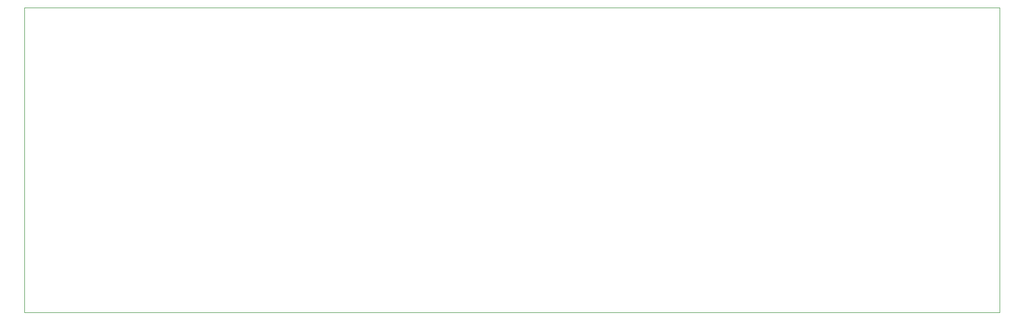
<source format=gbr>
G04 #@! TF.GenerationSoftware,KiCad,Pcbnew,(5.1.4-0-10_14)*
G04 #@! TF.CreationDate,2019-11-07T09:29:39+01:00*
G04 #@! TF.ProjectId,luminixie,6c756d69-6e69-4786-9965-2e6b69636164,rev?*
G04 #@! TF.SameCoordinates,Original*
G04 #@! TF.FileFunction,Profile,NP*
%FSLAX46Y46*%
G04 Gerber Fmt 4.6, Leading zero omitted, Abs format (unit mm)*
G04 Created by KiCad (PCBNEW (5.1.4-0-10_14)) date 2019-11-07 09:29:39*
%MOMM*%
%LPD*%
G04 APERTURE LIST*
%ADD10C,0.050000*%
G04 APERTURE END LIST*
D10*
X80010000Y-58420000D02*
X242570000Y-58420000D01*
X80010000Y-109220000D02*
X80010000Y-58420000D01*
X242570000Y-109220000D02*
X80010000Y-109220000D01*
X242570000Y-58420000D02*
X242570000Y-109220000D01*
M02*

</source>
